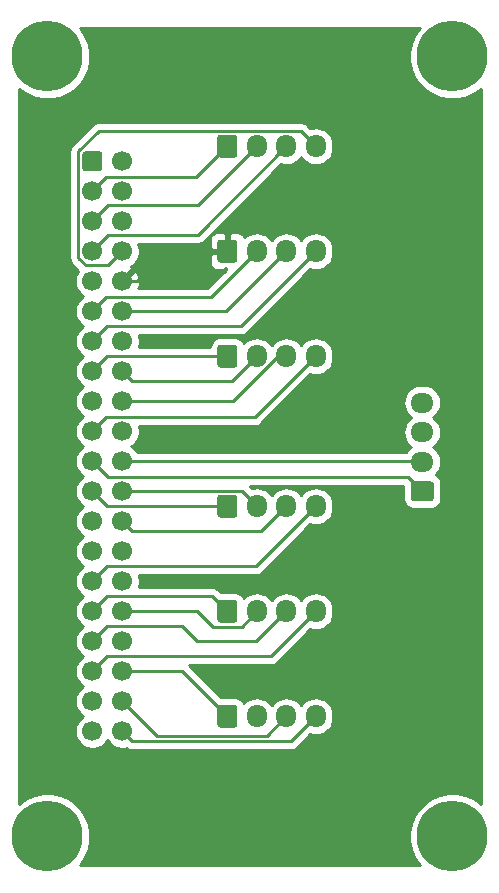
<source format=gbr>
%TF.GenerationSoftware,KiCad,Pcbnew,(5.1.9-0-10_14)*%
%TF.CreationDate,2021-09-26T12:14:21-07:00*%
%TF.ProjectId,rpi-arcade-hat,7270692d-6172-4636-9164-652d6861742e,rev?*%
%TF.SameCoordinates,Original*%
%TF.FileFunction,Copper,L1,Top*%
%TF.FilePolarity,Positive*%
%FSLAX46Y46*%
G04 Gerber Fmt 4.6, Leading zero omitted, Abs format (unit mm)*
G04 Created by KiCad (PCBNEW (5.1.9-0-10_14)) date 2021-09-26 12:14:21*
%MOMM*%
%LPD*%
G01*
G04 APERTURE LIST*
%TA.AperFunction,ComponentPad*%
%ADD10O,1.950000X1.700000*%
%TD*%
%TA.AperFunction,ComponentPad*%
%ADD11C,1.700000*%
%TD*%
%TA.AperFunction,ComponentPad*%
%ADD12O,1.700000X1.950000*%
%TD*%
%TA.AperFunction,ComponentPad*%
%ADD13C,6.000000*%
%TD*%
%TA.AperFunction,Conductor*%
%ADD14C,0.250000*%
%TD*%
%TA.AperFunction,Conductor*%
%ADD15C,0.254000*%
%TD*%
%TA.AperFunction,Conductor*%
%ADD16C,0.100000*%
%TD*%
G04 APERTURE END LIST*
D10*
%TO.P,J8,4*%
%TO.N,GND*%
X160020000Y-91560000D03*
%TO.P,J8,3*%
X160020000Y-94060000D03*
%TO.P,J8,2*%
%TO.N,Net-(J1-Pad22)*%
X160020000Y-96560000D03*
%TO.P,J8,1*%
%TO.N,Net-(J1-Pad21)*%
%TA.AperFunction,ComponentPad*%
G36*
G01*
X160745000Y-99910000D02*
X159295000Y-99910000D01*
G75*
G02*
X159045000Y-99660000I0J250000D01*
G01*
X159045000Y-98460000D01*
G75*
G02*
X159295000Y-98210000I250000J0D01*
G01*
X160745000Y-98210000D01*
G75*
G02*
X160995000Y-98460000I0J-250000D01*
G01*
X160995000Y-99660000D01*
G75*
G02*
X160745000Y-99910000I-250000J0D01*
G01*
G37*
%TD.AperFunction*%
%TD*%
D11*
%TO.P,J1,40*%
%TO.N,Net-(J1-Pad40)*%
X134620000Y-119380000D03*
%TO.P,J1,38*%
%TO.N,Net-(J1-Pad38)*%
X134620000Y-116840000D03*
%TO.P,J1,36*%
%TO.N,Net-(J1-Pad36)*%
X134620000Y-114300000D03*
%TO.P,J1,34*%
%TO.N,GND*%
X134620000Y-111760000D03*
%TO.P,J1,32*%
%TO.N,Net-(J1-Pad32)*%
X134620000Y-109220000D03*
%TO.P,J1,30*%
%TO.N,GND*%
X134620000Y-106680000D03*
%TO.P,J1,28*%
%TO.N,Net-(J1-Pad28)*%
X134620000Y-104140000D03*
%TO.P,J1,26*%
%TO.N,Net-(J1-Pad26)*%
X134620000Y-101600000D03*
%TO.P,J1,24*%
%TO.N,Net-(J1-Pad24)*%
X134620000Y-99060000D03*
%TO.P,J1,22*%
%TO.N,Net-(J1-Pad22)*%
X134620000Y-96520000D03*
%TO.P,J1,20*%
%TO.N,GND*%
X134620000Y-93980000D03*
%TO.P,J1,18*%
%TO.N,Net-(J1-Pad18)*%
X134620000Y-91440000D03*
%TO.P,J1,16*%
%TO.N,Net-(J1-Pad16)*%
X134620000Y-88900000D03*
%TO.P,J1,14*%
%TO.N,GND*%
X134620000Y-86360000D03*
%TO.P,J1,12*%
%TO.N,Net-(J1-Pad12)*%
X134620000Y-83820000D03*
%TO.P,J1,10*%
%TO.N,Net-(J1-Pad10)*%
X134620000Y-81280000D03*
%TO.P,J1,8*%
%TO.N,Net-(J1-Pad8)*%
X134620000Y-78740000D03*
%TO.P,J1,6*%
%TO.N,GND*%
X134620000Y-76200000D03*
%TO.P,J1,4*%
%TO.N,Net-(J1-Pad4)*%
X134620000Y-73660000D03*
%TO.P,J1,2*%
%TO.N,Net-(J1-Pad2)*%
X134620000Y-71120000D03*
%TO.P,J1,39*%
%TO.N,GND*%
X132080000Y-119380000D03*
%TO.P,J1,37*%
%TO.N,Net-(J1-Pad37)*%
X132080000Y-116840000D03*
%TO.P,J1,35*%
%TO.N,Net-(J1-Pad35)*%
X132080000Y-114300000D03*
%TO.P,J1,33*%
%TO.N,Net-(J1-Pad33)*%
X132080000Y-111760000D03*
%TO.P,J1,31*%
%TO.N,Net-(J1-Pad31)*%
X132080000Y-109220000D03*
%TO.P,J1,29*%
%TO.N,Net-(J1-Pad29)*%
X132080000Y-106680000D03*
%TO.P,J1,27*%
%TO.N,Net-(J1-Pad27)*%
X132080000Y-104140000D03*
%TO.P,J1,25*%
%TO.N,GND*%
X132080000Y-101600000D03*
%TO.P,J1,23*%
%TO.N,Net-(J1-Pad23)*%
X132080000Y-99060000D03*
%TO.P,J1,21*%
%TO.N,Net-(J1-Pad21)*%
X132080000Y-96520000D03*
%TO.P,J1,19*%
%TO.N,Net-(J1-Pad19)*%
X132080000Y-93980000D03*
%TO.P,J1,17*%
%TO.N,Net-(J1-Pad17)*%
X132080000Y-91440000D03*
%TO.P,J1,15*%
%TO.N,Net-(J1-Pad15)*%
X132080000Y-88900000D03*
%TO.P,J1,13*%
%TO.N,Net-(J1-Pad13)*%
X132080000Y-86360000D03*
%TO.P,J1,11*%
%TO.N,Net-(J1-Pad11)*%
X132080000Y-83820000D03*
%TO.P,J1,9*%
%TO.N,GND*%
X132080000Y-81280000D03*
%TO.P,J1,7*%
%TO.N,Net-(J1-Pad7)*%
X132080000Y-78740000D03*
%TO.P,J1,5*%
%TO.N,Net-(J1-Pad5)*%
X132080000Y-76200000D03*
%TO.P,J1,3*%
%TO.N,Net-(J1-Pad3)*%
X132080000Y-73660000D03*
%TO.P,J1,1*%
%TO.N,Net-(J1-Pad1)*%
%TA.AperFunction,ComponentPad*%
G36*
G01*
X131230000Y-71720000D02*
X131230000Y-70520000D01*
G75*
G02*
X131480000Y-70270000I250000J0D01*
G01*
X132680000Y-70270000D01*
G75*
G02*
X132930000Y-70520000I0J-250000D01*
G01*
X132930000Y-71720000D01*
G75*
G02*
X132680000Y-71970000I-250000J0D01*
G01*
X131480000Y-71970000D01*
G75*
G02*
X131230000Y-71720000I0J250000D01*
G01*
G37*
%TD.AperFunction*%
%TD*%
D12*
%TO.P,J7,4*%
%TO.N,Net-(J1-Pad19)*%
X151010000Y-87630000D03*
%TO.P,J7,3*%
%TO.N,Net-(J1-Pad18)*%
X148510000Y-87630000D03*
%TO.P,J7,2*%
%TO.N,Net-(J1-Pad16)*%
X146010000Y-87630000D03*
%TO.P,J7,1*%
%TO.N,Net-(J1-Pad15)*%
%TA.AperFunction,ComponentPad*%
G36*
G01*
X142660000Y-88355000D02*
X142660000Y-86905000D01*
G75*
G02*
X142910000Y-86655000I250000J0D01*
G01*
X144110000Y-86655000D01*
G75*
G02*
X144360000Y-86905000I0J-250000D01*
G01*
X144360000Y-88355000D01*
G75*
G02*
X144110000Y-88605000I-250000J0D01*
G01*
X142910000Y-88605000D01*
G75*
G02*
X142660000Y-88355000I0J250000D01*
G01*
G37*
%TD.AperFunction*%
%TD*%
%TO.P,J6,4*%
%TO.N,Net-(J1-Pad13)*%
X151010000Y-78740000D03*
%TO.P,J6,3*%
%TO.N,Net-(J1-Pad12)*%
X148510000Y-78740000D03*
%TO.P,J6,2*%
%TO.N,Net-(J1-Pad11)*%
X146010000Y-78740000D03*
%TO.P,J6,1*%
%TO.N,Net-(J1-Pad10)*%
%TA.AperFunction,ComponentPad*%
G36*
G01*
X142660000Y-79465000D02*
X142660000Y-78015000D01*
G75*
G02*
X142910000Y-77765000I250000J0D01*
G01*
X144110000Y-77765000D01*
G75*
G02*
X144360000Y-78015000I0J-250000D01*
G01*
X144360000Y-79465000D01*
G75*
G02*
X144110000Y-79715000I-250000J0D01*
G01*
X142910000Y-79715000D01*
G75*
G02*
X142660000Y-79465000I0J250000D01*
G01*
G37*
%TD.AperFunction*%
%TD*%
%TO.P,J5,4*%
%TO.N,Net-(J1-Pad8)*%
X151010000Y-69850000D03*
%TO.P,J5,3*%
%TO.N,Net-(J1-Pad7)*%
X148510000Y-69850000D03*
%TO.P,J5,2*%
%TO.N,Net-(J1-Pad5)*%
X146010000Y-69850000D03*
%TO.P,J5,1*%
%TO.N,Net-(J1-Pad3)*%
%TA.AperFunction,ComponentPad*%
G36*
G01*
X142660000Y-70575000D02*
X142660000Y-69125000D01*
G75*
G02*
X142910000Y-68875000I250000J0D01*
G01*
X144110000Y-68875000D01*
G75*
G02*
X144360000Y-69125000I0J-250000D01*
G01*
X144360000Y-70575000D01*
G75*
G02*
X144110000Y-70825000I-250000J0D01*
G01*
X142910000Y-70825000D01*
G75*
G02*
X142660000Y-70575000I0J250000D01*
G01*
G37*
%TD.AperFunction*%
%TD*%
%TO.P,J4,4*%
%TO.N,Net-(J1-Pad40)*%
X151010000Y-118110000D03*
%TO.P,J4,3*%
%TO.N,Net-(J1-Pad38)*%
X148510000Y-118110000D03*
%TO.P,J4,2*%
%TO.N,Net-(J1-Pad37)*%
X146010000Y-118110000D03*
%TO.P,J4,1*%
%TO.N,Net-(J1-Pad36)*%
%TA.AperFunction,ComponentPad*%
G36*
G01*
X142660000Y-118835000D02*
X142660000Y-117385000D01*
G75*
G02*
X142910000Y-117135000I250000J0D01*
G01*
X144110000Y-117135000D01*
G75*
G02*
X144360000Y-117385000I0J-250000D01*
G01*
X144360000Y-118835000D01*
G75*
G02*
X144110000Y-119085000I-250000J0D01*
G01*
X142910000Y-119085000D01*
G75*
G02*
X142660000Y-118835000I0J250000D01*
G01*
G37*
%TD.AperFunction*%
%TD*%
%TO.P,J3,4*%
%TO.N,Net-(J1-Pad35)*%
X151010000Y-109220000D03*
%TO.P,J3,3*%
%TO.N,Net-(J1-Pad33)*%
X148510000Y-109220000D03*
%TO.P,J3,2*%
%TO.N,Net-(J1-Pad32)*%
X146010000Y-109220000D03*
%TO.P,J3,1*%
%TO.N,Net-(J1-Pad31)*%
%TA.AperFunction,ComponentPad*%
G36*
G01*
X142660000Y-109945000D02*
X142660000Y-108495000D01*
G75*
G02*
X142910000Y-108245000I250000J0D01*
G01*
X144110000Y-108245000D01*
G75*
G02*
X144360000Y-108495000I0J-250000D01*
G01*
X144360000Y-109945000D01*
G75*
G02*
X144110000Y-110195000I-250000J0D01*
G01*
X142910000Y-110195000D01*
G75*
G02*
X142660000Y-109945000I0J250000D01*
G01*
G37*
%TD.AperFunction*%
%TD*%
%TO.P,J2,4*%
%TO.N,Net-(J1-Pad29)*%
X151010000Y-100330000D03*
%TO.P,J2,3*%
%TO.N,Net-(J1-Pad26)*%
X148510000Y-100330000D03*
%TO.P,J2,2*%
%TO.N,Net-(J1-Pad24)*%
X146010000Y-100330000D03*
%TO.P,J2,1*%
%TO.N,Net-(J1-Pad23)*%
%TA.AperFunction,ComponentPad*%
G36*
G01*
X142660000Y-101055000D02*
X142660000Y-99605000D01*
G75*
G02*
X142910000Y-99355000I250000J0D01*
G01*
X144110000Y-99355000D01*
G75*
G02*
X144360000Y-99605000I0J-250000D01*
G01*
X144360000Y-101055000D01*
G75*
G02*
X144110000Y-101305000I-250000J0D01*
G01*
X142910000Y-101305000D01*
G75*
G02*
X142660000Y-101055000I0J250000D01*
G01*
G37*
%TD.AperFunction*%
%TD*%
D13*
%TO.P,REF\u002A\u002A,3*%
%TO.N,GND*%
X128270000Y-128270000D03*
%TD*%
%TO.P,REF\u002A\u002A,4*%
%TO.N,GND*%
X162560000Y-128270000D03*
%TD*%
%TO.P,REF\u002A\u002A,1*%
%TO.N,GND*%
X128270000Y-62230000D03*
%TD*%
%TO.P,REF\u002A\u002A,2*%
%TO.N,GND*%
X162560000Y-62230000D03*
%TD*%
D14*
%TO.N,Net-(J1-Pad40)*%
X148890001Y-120229999D02*
X151010000Y-118110000D01*
X135469999Y-120229999D02*
X148890001Y-120229999D01*
X134620000Y-119380000D02*
X135469999Y-120229999D01*
%TO.N,Net-(J1-Pad38)*%
X134620000Y-116840000D02*
X137559988Y-119779988D01*
X137559988Y-119779988D02*
X146840012Y-119779988D01*
X146840012Y-119779988D02*
X148510000Y-118110000D01*
%TO.N,Net-(J1-Pad36)*%
X139700000Y-114300000D02*
X143510000Y-118110000D01*
X134620000Y-114300000D02*
X139700000Y-114300000D01*
%TO.N,Net-(J1-Pad35)*%
X132080000Y-114300000D02*
X133350000Y-113030000D01*
X147200000Y-113030000D02*
X151010000Y-109220000D01*
X133350000Y-113030000D02*
X147200000Y-113030000D01*
%TO.N,Net-(J1-Pad33)*%
X140970000Y-111760000D02*
X145970000Y-111760000D01*
X139700000Y-110490000D02*
X140970000Y-111760000D01*
X145970000Y-111760000D02*
X148510000Y-109220000D01*
X133350000Y-110490000D02*
X139700000Y-110490000D01*
X132080000Y-111760000D02*
X133350000Y-110490000D01*
%TO.N,Net-(J1-Pad32)*%
X134620000Y-109220000D02*
X140970000Y-109220000D01*
X144709990Y-110520010D02*
X146010000Y-109220000D01*
X142270010Y-110520010D02*
X144709990Y-110520010D01*
X140970000Y-109220000D02*
X142270010Y-110520010D01*
%TO.N,Net-(J1-Pad31)*%
X132080000Y-109220000D02*
X133350000Y-107950000D01*
X133350000Y-107950000D02*
X142240000Y-107950000D01*
X142240000Y-107950000D02*
X143510000Y-109220000D01*
%TO.N,Net-(J1-Pad29)*%
X145930000Y-105410000D02*
X151010000Y-100330000D01*
X133350000Y-105410000D02*
X145930000Y-105410000D01*
X132080000Y-106680000D02*
X133350000Y-105410000D01*
%TO.N,Net-(J1-Pad26)*%
X146390001Y-102449999D02*
X148510000Y-100330000D01*
X135469999Y-102449999D02*
X146390001Y-102449999D01*
X134620000Y-101600000D02*
X135469999Y-102449999D01*
%TO.N,Net-(J1-Pad24)*%
X134650010Y-99029990D02*
X144709990Y-99029990D01*
X144709990Y-99029990D02*
X146010000Y-100330000D01*
X134620000Y-99060000D02*
X134650010Y-99029990D01*
%TO.N,Net-(J1-Pad23)*%
X133350000Y-100330000D02*
X132080000Y-99060000D01*
X143510000Y-100330000D02*
X133350000Y-100330000D01*
%TO.N,Net-(J1-Pad22)*%
X159980000Y-96520000D02*
X160020000Y-96560000D01*
X134620000Y-96520000D02*
X159980000Y-96520000D01*
%TO.N,Net-(J1-Pad21)*%
X158844999Y-97884999D02*
X160020000Y-99060000D01*
X133444999Y-97884999D02*
X158844999Y-97884999D01*
X132080000Y-96520000D02*
X133444999Y-97884999D01*
%TO.N,Net-(J1-Pad19)*%
X132080000Y-93980000D02*
X133255001Y-92804999D01*
X133255001Y-92804999D02*
X145835001Y-92804999D01*
X145835001Y-92804999D02*
X151010000Y-87630000D01*
%TO.N,Net-(J1-Pad18)*%
X147796715Y-87630000D02*
X148510000Y-87630000D01*
X143986715Y-91440000D02*
X147796715Y-87630000D01*
X134620000Y-91440000D02*
X143986715Y-91440000D01*
%TO.N,Net-(J1-Pad16)*%
X143890001Y-89749999D02*
X146010000Y-87630000D01*
X135469999Y-89749999D02*
X143890001Y-89749999D01*
X134620000Y-88900000D02*
X135469999Y-89749999D01*
%TO.N,Net-(J1-Pad15)*%
X133350000Y-87630000D02*
X143510000Y-87630000D01*
X132080000Y-88900000D02*
X133350000Y-87630000D01*
%TO.N,Net-(J1-Pad13)*%
X144660000Y-85090000D02*
X151010000Y-78740000D01*
X133350000Y-85090000D02*
X144660000Y-85090000D01*
X132080000Y-86360000D02*
X133350000Y-85090000D01*
%TO.N,Net-(J1-Pad12)*%
X143430000Y-83820000D02*
X148510000Y-78740000D01*
X134620000Y-83820000D02*
X143430000Y-83820000D01*
%TO.N,Net-(J1-Pad11)*%
X142105001Y-82644999D02*
X146010000Y-78740000D01*
X133255001Y-82644999D02*
X142105001Y-82644999D01*
X132080000Y-83820000D02*
X133255001Y-82644999D01*
%TO.N,Net-(J1-Pad10)*%
X134620000Y-81280000D02*
X135890000Y-81280000D01*
X138430000Y-78740000D02*
X143510000Y-78740000D01*
X135890000Y-81280000D02*
X138430000Y-78740000D01*
%TO.N,Net-(J1-Pad8)*%
X133444999Y-79915001D02*
X134620000Y-78740000D01*
X131515999Y-79915001D02*
X133444999Y-79915001D01*
X130904999Y-79304001D02*
X131515999Y-79915001D01*
X130904999Y-70281811D02*
X130904999Y-79304001D01*
X149709990Y-68549990D02*
X132636820Y-68549990D01*
X132636820Y-68549990D02*
X130904999Y-70281811D01*
X151010000Y-69850000D02*
X149709990Y-68549990D01*
%TO.N,Net-(J1-Pad7)*%
X140984999Y-77375001D02*
X148510000Y-69850000D01*
X133444999Y-77375001D02*
X140984999Y-77375001D01*
X132080000Y-78740000D02*
X133444999Y-77375001D01*
%TO.N,Net-(J1-Pad5)*%
X141024999Y-74835001D02*
X146010000Y-69850000D01*
X133444999Y-74835001D02*
X141024999Y-74835001D01*
X132080000Y-76200000D02*
X133444999Y-74835001D01*
%TO.N,Net-(J1-Pad3)*%
X140875001Y-72484999D02*
X143510000Y-69850000D01*
X133255001Y-72484999D02*
X140875001Y-72484999D01*
X132080000Y-73660000D02*
X133255001Y-72484999D01*
%TD*%
D15*
%TO.N,Net-(J1-Pad10)*%
X159736511Y-59912823D02*
X159338705Y-60508182D01*
X159064691Y-61169710D01*
X158925000Y-61871984D01*
X158925000Y-62588016D01*
X159064691Y-63290290D01*
X159338705Y-63951818D01*
X159736511Y-64547177D01*
X160242823Y-65053489D01*
X160838182Y-65451295D01*
X161499710Y-65725309D01*
X162201984Y-65865000D01*
X162918016Y-65865000D01*
X163620290Y-65725309D01*
X164281818Y-65451295D01*
X164877177Y-65053489D01*
X164973000Y-64957666D01*
X164973000Y-125542334D01*
X164877177Y-125446511D01*
X164281818Y-125048705D01*
X163620290Y-124774691D01*
X162918016Y-124635000D01*
X162201984Y-124635000D01*
X161499710Y-124774691D01*
X160838182Y-125048705D01*
X160242823Y-125446511D01*
X159736511Y-125952823D01*
X159338705Y-126548182D01*
X159064691Y-127209710D01*
X158925000Y-127911984D01*
X158925000Y-128628016D01*
X159064691Y-129330290D01*
X159338705Y-129991818D01*
X159736511Y-130587177D01*
X159832334Y-130683000D01*
X130997666Y-130683000D01*
X131093489Y-130587177D01*
X131491295Y-129991818D01*
X131765309Y-129330290D01*
X131905000Y-128628016D01*
X131905000Y-127911984D01*
X131765309Y-127209710D01*
X131491295Y-126548182D01*
X131093489Y-125952823D01*
X130587177Y-125446511D01*
X129991818Y-125048705D01*
X129330290Y-124774691D01*
X128628016Y-124635000D01*
X127911984Y-124635000D01*
X127209710Y-124774691D01*
X126548182Y-125048705D01*
X125952823Y-125446511D01*
X125857000Y-125542334D01*
X125857000Y-70281811D01*
X130141323Y-70281811D01*
X130144999Y-70319133D01*
X130145000Y-79266669D01*
X130141323Y-79304001D01*
X130145000Y-79341334D01*
X130155997Y-79452987D01*
X130169179Y-79496443D01*
X130199453Y-79596247D01*
X130270025Y-79728277D01*
X130341200Y-79815003D01*
X130364999Y-79844002D01*
X130393996Y-79867799D01*
X130899704Y-80373509D01*
X130764010Y-80576589D01*
X130652068Y-80846842D01*
X130595000Y-81133740D01*
X130595000Y-81426260D01*
X130652068Y-81713158D01*
X130764010Y-81983411D01*
X130926525Y-82226632D01*
X131133368Y-82433475D01*
X131307760Y-82550000D01*
X131133368Y-82666525D01*
X130926525Y-82873368D01*
X130764010Y-83116589D01*
X130652068Y-83386842D01*
X130595000Y-83673740D01*
X130595000Y-83966260D01*
X130652068Y-84253158D01*
X130764010Y-84523411D01*
X130926525Y-84766632D01*
X131133368Y-84973475D01*
X131307760Y-85090000D01*
X131133368Y-85206525D01*
X130926525Y-85413368D01*
X130764010Y-85656589D01*
X130652068Y-85926842D01*
X130595000Y-86213740D01*
X130595000Y-86506260D01*
X130652068Y-86793158D01*
X130764010Y-87063411D01*
X130926525Y-87306632D01*
X131133368Y-87513475D01*
X131307760Y-87630000D01*
X131133368Y-87746525D01*
X130926525Y-87953368D01*
X130764010Y-88196589D01*
X130652068Y-88466842D01*
X130595000Y-88753740D01*
X130595000Y-89046260D01*
X130652068Y-89333158D01*
X130764010Y-89603411D01*
X130926525Y-89846632D01*
X131133368Y-90053475D01*
X131307760Y-90170000D01*
X131133368Y-90286525D01*
X130926525Y-90493368D01*
X130764010Y-90736589D01*
X130652068Y-91006842D01*
X130595000Y-91293740D01*
X130595000Y-91586260D01*
X130652068Y-91873158D01*
X130764010Y-92143411D01*
X130926525Y-92386632D01*
X131133368Y-92593475D01*
X131307760Y-92710000D01*
X131133368Y-92826525D01*
X130926525Y-93033368D01*
X130764010Y-93276589D01*
X130652068Y-93546842D01*
X130595000Y-93833740D01*
X130595000Y-94126260D01*
X130652068Y-94413158D01*
X130764010Y-94683411D01*
X130926525Y-94926632D01*
X131133368Y-95133475D01*
X131307760Y-95250000D01*
X131133368Y-95366525D01*
X130926525Y-95573368D01*
X130764010Y-95816589D01*
X130652068Y-96086842D01*
X130595000Y-96373740D01*
X130595000Y-96666260D01*
X130652068Y-96953158D01*
X130764010Y-97223411D01*
X130926525Y-97466632D01*
X131133368Y-97673475D01*
X131307760Y-97790000D01*
X131133368Y-97906525D01*
X130926525Y-98113368D01*
X130764010Y-98356589D01*
X130652068Y-98626842D01*
X130595000Y-98913740D01*
X130595000Y-99206260D01*
X130652068Y-99493158D01*
X130764010Y-99763411D01*
X130926525Y-100006632D01*
X131133368Y-100213475D01*
X131307760Y-100330000D01*
X131133368Y-100446525D01*
X130926525Y-100653368D01*
X130764010Y-100896589D01*
X130652068Y-101166842D01*
X130595000Y-101453740D01*
X130595000Y-101746260D01*
X130652068Y-102033158D01*
X130764010Y-102303411D01*
X130926525Y-102546632D01*
X131133368Y-102753475D01*
X131307760Y-102870000D01*
X131133368Y-102986525D01*
X130926525Y-103193368D01*
X130764010Y-103436589D01*
X130652068Y-103706842D01*
X130595000Y-103993740D01*
X130595000Y-104286260D01*
X130652068Y-104573158D01*
X130764010Y-104843411D01*
X130926525Y-105086632D01*
X131133368Y-105293475D01*
X131307760Y-105410000D01*
X131133368Y-105526525D01*
X130926525Y-105733368D01*
X130764010Y-105976589D01*
X130652068Y-106246842D01*
X130595000Y-106533740D01*
X130595000Y-106826260D01*
X130652068Y-107113158D01*
X130764010Y-107383411D01*
X130926525Y-107626632D01*
X131133368Y-107833475D01*
X131307760Y-107950000D01*
X131133368Y-108066525D01*
X130926525Y-108273368D01*
X130764010Y-108516589D01*
X130652068Y-108786842D01*
X130595000Y-109073740D01*
X130595000Y-109366260D01*
X130652068Y-109653158D01*
X130764010Y-109923411D01*
X130926525Y-110166632D01*
X131133368Y-110373475D01*
X131307760Y-110490000D01*
X131133368Y-110606525D01*
X130926525Y-110813368D01*
X130764010Y-111056589D01*
X130652068Y-111326842D01*
X130595000Y-111613740D01*
X130595000Y-111906260D01*
X130652068Y-112193158D01*
X130764010Y-112463411D01*
X130926525Y-112706632D01*
X131133368Y-112913475D01*
X131307760Y-113030000D01*
X131133368Y-113146525D01*
X130926525Y-113353368D01*
X130764010Y-113596589D01*
X130652068Y-113866842D01*
X130595000Y-114153740D01*
X130595000Y-114446260D01*
X130652068Y-114733158D01*
X130764010Y-115003411D01*
X130926525Y-115246632D01*
X131133368Y-115453475D01*
X131307760Y-115570000D01*
X131133368Y-115686525D01*
X130926525Y-115893368D01*
X130764010Y-116136589D01*
X130652068Y-116406842D01*
X130595000Y-116693740D01*
X130595000Y-116986260D01*
X130652068Y-117273158D01*
X130764010Y-117543411D01*
X130926525Y-117786632D01*
X131133368Y-117993475D01*
X131307760Y-118110000D01*
X131133368Y-118226525D01*
X130926525Y-118433368D01*
X130764010Y-118676589D01*
X130652068Y-118946842D01*
X130595000Y-119233740D01*
X130595000Y-119526260D01*
X130652068Y-119813158D01*
X130764010Y-120083411D01*
X130926525Y-120326632D01*
X131133368Y-120533475D01*
X131376589Y-120695990D01*
X131646842Y-120807932D01*
X131933740Y-120865000D01*
X132226260Y-120865000D01*
X132513158Y-120807932D01*
X132783411Y-120695990D01*
X133026632Y-120533475D01*
X133233475Y-120326632D01*
X133350000Y-120152240D01*
X133466525Y-120326632D01*
X133673368Y-120533475D01*
X133916589Y-120695990D01*
X134186842Y-120807932D01*
X134473740Y-120865000D01*
X134766260Y-120865000D01*
X134991228Y-120820251D01*
X135045722Y-120864973D01*
X135177752Y-120935545D01*
X135321013Y-120979002D01*
X135432666Y-120989999D01*
X135432675Y-120989999D01*
X135469998Y-120993675D01*
X135507321Y-120989999D01*
X148852679Y-120989999D01*
X148890001Y-120993675D01*
X148927323Y-120989999D01*
X148927334Y-120989999D01*
X149038987Y-120979002D01*
X149182248Y-120935545D01*
X149314277Y-120864973D01*
X149430002Y-120770000D01*
X149453805Y-120740996D01*
X150548098Y-119646704D01*
X150718890Y-119698513D01*
X151010000Y-119727185D01*
X151301111Y-119698513D01*
X151581034Y-119613599D01*
X151839014Y-119475706D01*
X152065134Y-119290134D01*
X152250706Y-119064014D01*
X152388599Y-118806033D01*
X152473513Y-118526110D01*
X152495000Y-118307949D01*
X152495000Y-117912050D01*
X152473513Y-117693889D01*
X152388599Y-117413966D01*
X152250706Y-117155986D01*
X152065134Y-116929866D01*
X151839013Y-116744294D01*
X151581033Y-116606401D01*
X151301110Y-116521487D01*
X151010000Y-116492815D01*
X150718889Y-116521487D01*
X150438966Y-116606401D01*
X150180986Y-116744294D01*
X149954866Y-116929866D01*
X149769294Y-117155987D01*
X149760000Y-117173374D01*
X149750706Y-117155986D01*
X149565134Y-116929866D01*
X149339013Y-116744294D01*
X149081033Y-116606401D01*
X148801110Y-116521487D01*
X148510000Y-116492815D01*
X148218889Y-116521487D01*
X147938966Y-116606401D01*
X147680986Y-116744294D01*
X147454866Y-116929866D01*
X147269294Y-117155987D01*
X147260000Y-117173374D01*
X147250706Y-117155986D01*
X147065134Y-116929866D01*
X146839013Y-116744294D01*
X146581033Y-116606401D01*
X146301110Y-116521487D01*
X146010000Y-116492815D01*
X145718889Y-116521487D01*
X145438966Y-116606401D01*
X145180986Y-116744294D01*
X144954866Y-116929866D01*
X144902777Y-116993337D01*
X144848405Y-116891614D01*
X144737962Y-116757038D01*
X144603386Y-116646595D01*
X144449850Y-116564528D01*
X144283254Y-116513992D01*
X144110000Y-116496928D01*
X142971730Y-116496928D01*
X140264801Y-113790000D01*
X147162678Y-113790000D01*
X147200000Y-113793676D01*
X147237322Y-113790000D01*
X147237333Y-113790000D01*
X147348986Y-113779003D01*
X147492247Y-113735546D01*
X147624276Y-113664974D01*
X147740001Y-113570001D01*
X147763804Y-113540997D01*
X150548098Y-110756704D01*
X150718890Y-110808513D01*
X151010000Y-110837185D01*
X151301111Y-110808513D01*
X151581034Y-110723599D01*
X151839014Y-110585706D01*
X152065134Y-110400134D01*
X152250706Y-110174014D01*
X152388599Y-109916033D01*
X152473513Y-109636110D01*
X152495000Y-109417949D01*
X152495000Y-109022050D01*
X152473513Y-108803889D01*
X152388599Y-108523966D01*
X152250706Y-108265986D01*
X152065134Y-108039866D01*
X151839013Y-107854294D01*
X151581033Y-107716401D01*
X151301110Y-107631487D01*
X151010000Y-107602815D01*
X150718889Y-107631487D01*
X150438966Y-107716401D01*
X150180986Y-107854294D01*
X149954866Y-108039866D01*
X149769294Y-108265987D01*
X149760000Y-108283374D01*
X149750706Y-108265986D01*
X149565134Y-108039866D01*
X149339013Y-107854294D01*
X149081033Y-107716401D01*
X148801110Y-107631487D01*
X148510000Y-107602815D01*
X148218889Y-107631487D01*
X147938966Y-107716401D01*
X147680986Y-107854294D01*
X147454866Y-108039866D01*
X147269294Y-108265987D01*
X147260000Y-108283374D01*
X147250706Y-108265986D01*
X147065134Y-108039866D01*
X146839013Y-107854294D01*
X146581033Y-107716401D01*
X146301110Y-107631487D01*
X146010000Y-107602815D01*
X145718889Y-107631487D01*
X145438966Y-107716401D01*
X145180986Y-107854294D01*
X144954866Y-108039866D01*
X144902777Y-108103337D01*
X144848405Y-108001614D01*
X144737962Y-107867038D01*
X144603386Y-107756595D01*
X144449850Y-107674528D01*
X144283254Y-107623992D01*
X144110000Y-107606928D01*
X142971729Y-107606928D01*
X142803804Y-107439003D01*
X142780001Y-107409999D01*
X142664276Y-107315026D01*
X142532247Y-107244454D01*
X142388986Y-107200997D01*
X142277333Y-107190000D01*
X142277322Y-107190000D01*
X142240000Y-107186324D01*
X142202678Y-107190000D01*
X136016103Y-107190000D01*
X136047932Y-107113158D01*
X136105000Y-106826260D01*
X136105000Y-106533740D01*
X136047932Y-106246842D01*
X136016103Y-106170000D01*
X145892678Y-106170000D01*
X145930000Y-106173676D01*
X145967322Y-106170000D01*
X145967333Y-106170000D01*
X146078986Y-106159003D01*
X146222247Y-106115546D01*
X146354276Y-106044974D01*
X146470001Y-105950001D01*
X146493804Y-105920997D01*
X150548098Y-101866704D01*
X150718890Y-101918513D01*
X151010000Y-101947185D01*
X151301111Y-101918513D01*
X151581034Y-101833599D01*
X151839014Y-101695706D01*
X152065134Y-101510134D01*
X152250706Y-101284014D01*
X152388599Y-101026033D01*
X152473513Y-100746110D01*
X152495000Y-100527949D01*
X152495000Y-100132050D01*
X152473513Y-99913889D01*
X152388599Y-99633966D01*
X152250706Y-99375986D01*
X152065134Y-99149866D01*
X151839013Y-98964294D01*
X151581033Y-98826401D01*
X151301110Y-98741487D01*
X151010000Y-98712815D01*
X150718889Y-98741487D01*
X150438966Y-98826401D01*
X150180986Y-98964294D01*
X149954866Y-99149866D01*
X149769294Y-99375987D01*
X149760000Y-99393374D01*
X149750706Y-99375986D01*
X149565134Y-99149866D01*
X149339013Y-98964294D01*
X149081033Y-98826401D01*
X148801110Y-98741487D01*
X148510000Y-98712815D01*
X148218889Y-98741487D01*
X147938966Y-98826401D01*
X147680986Y-98964294D01*
X147454866Y-99149866D01*
X147269294Y-99375987D01*
X147260000Y-99393374D01*
X147250706Y-99375986D01*
X147065134Y-99149866D01*
X146839013Y-98964294D01*
X146581033Y-98826401D01*
X146301110Y-98741487D01*
X146010000Y-98712815D01*
X145718889Y-98741487D01*
X145548097Y-98793296D01*
X145399800Y-98644999D01*
X158406928Y-98644999D01*
X158406928Y-99660000D01*
X158423992Y-99833254D01*
X158474528Y-99999850D01*
X158556595Y-100153386D01*
X158667038Y-100287962D01*
X158801614Y-100398405D01*
X158955150Y-100480472D01*
X159121746Y-100531008D01*
X159295000Y-100548072D01*
X160745000Y-100548072D01*
X160918254Y-100531008D01*
X161084850Y-100480472D01*
X161238386Y-100398405D01*
X161372962Y-100287962D01*
X161483405Y-100153386D01*
X161565472Y-99999850D01*
X161616008Y-99833254D01*
X161633072Y-99660000D01*
X161633072Y-98460000D01*
X161616008Y-98286746D01*
X161565472Y-98120150D01*
X161483405Y-97966614D01*
X161372962Y-97832038D01*
X161238386Y-97721595D01*
X161136663Y-97667223D01*
X161200134Y-97615134D01*
X161385706Y-97389014D01*
X161523599Y-97131034D01*
X161608513Y-96851111D01*
X161637185Y-96560000D01*
X161608513Y-96268889D01*
X161523599Y-95988966D01*
X161385706Y-95730986D01*
X161200134Y-95504866D01*
X160974014Y-95319294D01*
X160956626Y-95310000D01*
X160974014Y-95300706D01*
X161200134Y-95115134D01*
X161385706Y-94889014D01*
X161523599Y-94631034D01*
X161608513Y-94351111D01*
X161637185Y-94060000D01*
X161608513Y-93768889D01*
X161523599Y-93488966D01*
X161385706Y-93230986D01*
X161200134Y-93004866D01*
X160974014Y-92819294D01*
X160956626Y-92810000D01*
X160974014Y-92800706D01*
X161200134Y-92615134D01*
X161385706Y-92389014D01*
X161523599Y-92131034D01*
X161608513Y-91851111D01*
X161637185Y-91560000D01*
X161608513Y-91268889D01*
X161523599Y-90988966D01*
X161385706Y-90730986D01*
X161200134Y-90504866D01*
X160974014Y-90319294D01*
X160716034Y-90181401D01*
X160436111Y-90096487D01*
X160217950Y-90075000D01*
X159822050Y-90075000D01*
X159603889Y-90096487D01*
X159323966Y-90181401D01*
X159065986Y-90319294D01*
X158839866Y-90504866D01*
X158654294Y-90730986D01*
X158516401Y-90988966D01*
X158431487Y-91268889D01*
X158402815Y-91560000D01*
X158431487Y-91851111D01*
X158516401Y-92131034D01*
X158654294Y-92389014D01*
X158839866Y-92615134D01*
X159065986Y-92800706D01*
X159083374Y-92810000D01*
X159065986Y-92819294D01*
X158839866Y-93004866D01*
X158654294Y-93230986D01*
X158516401Y-93488966D01*
X158431487Y-93768889D01*
X158402815Y-94060000D01*
X158431487Y-94351111D01*
X158516401Y-94631034D01*
X158654294Y-94889014D01*
X158839866Y-95115134D01*
X159065986Y-95300706D01*
X159083374Y-95310000D01*
X159065986Y-95319294D01*
X158839866Y-95504866D01*
X158654294Y-95730986D01*
X158638786Y-95760000D01*
X135898178Y-95760000D01*
X135773475Y-95573368D01*
X135566632Y-95366525D01*
X135392240Y-95250000D01*
X135566632Y-95133475D01*
X135773475Y-94926632D01*
X135935990Y-94683411D01*
X136047932Y-94413158D01*
X136105000Y-94126260D01*
X136105000Y-93833740D01*
X136051544Y-93564999D01*
X145797679Y-93564999D01*
X145835001Y-93568675D01*
X145872323Y-93564999D01*
X145872334Y-93564999D01*
X145983987Y-93554002D01*
X146127248Y-93510545D01*
X146259277Y-93439973D01*
X146375002Y-93345000D01*
X146398805Y-93315996D01*
X150548098Y-89166704D01*
X150718890Y-89218513D01*
X151010000Y-89247185D01*
X151301111Y-89218513D01*
X151581034Y-89133599D01*
X151839014Y-88995706D01*
X152065134Y-88810134D01*
X152250706Y-88584014D01*
X152388599Y-88326033D01*
X152473513Y-88046110D01*
X152495000Y-87827949D01*
X152495000Y-87432050D01*
X152473513Y-87213889D01*
X152388599Y-86933966D01*
X152250706Y-86675986D01*
X152065134Y-86449866D01*
X151839013Y-86264294D01*
X151581033Y-86126401D01*
X151301110Y-86041487D01*
X151010000Y-86012815D01*
X150718889Y-86041487D01*
X150438966Y-86126401D01*
X150180986Y-86264294D01*
X149954866Y-86449866D01*
X149769294Y-86675987D01*
X149760000Y-86693374D01*
X149750706Y-86675986D01*
X149565134Y-86449866D01*
X149339013Y-86264294D01*
X149081033Y-86126401D01*
X148801110Y-86041487D01*
X148510000Y-86012815D01*
X148218889Y-86041487D01*
X147938966Y-86126401D01*
X147680986Y-86264294D01*
X147454866Y-86449866D01*
X147269294Y-86675987D01*
X147260000Y-86693374D01*
X147250706Y-86675986D01*
X147065134Y-86449866D01*
X146839013Y-86264294D01*
X146581033Y-86126401D01*
X146301110Y-86041487D01*
X146010000Y-86012815D01*
X145718889Y-86041487D01*
X145438966Y-86126401D01*
X145180986Y-86264294D01*
X144954866Y-86449866D01*
X144902777Y-86513337D01*
X144848405Y-86411614D01*
X144737962Y-86277038D01*
X144603386Y-86166595D01*
X144449850Y-86084528D01*
X144283254Y-86033992D01*
X144110000Y-86016928D01*
X142910000Y-86016928D01*
X142736746Y-86033992D01*
X142570150Y-86084528D01*
X142416614Y-86166595D01*
X142282038Y-86277038D01*
X142171595Y-86411614D01*
X142089528Y-86565150D01*
X142038992Y-86731746D01*
X142025375Y-86870000D01*
X136016103Y-86870000D01*
X136047932Y-86793158D01*
X136105000Y-86506260D01*
X136105000Y-86213740D01*
X136047932Y-85926842D01*
X136016103Y-85850000D01*
X144622678Y-85850000D01*
X144660000Y-85853676D01*
X144697322Y-85850000D01*
X144697333Y-85850000D01*
X144808986Y-85839003D01*
X144952247Y-85795546D01*
X145084276Y-85724974D01*
X145200001Y-85630001D01*
X145223804Y-85600997D01*
X150548098Y-80276704D01*
X150718890Y-80328513D01*
X151010000Y-80357185D01*
X151301111Y-80328513D01*
X151581034Y-80243599D01*
X151839014Y-80105706D01*
X152065134Y-79920134D01*
X152250706Y-79694014D01*
X152388599Y-79436033D01*
X152473513Y-79156110D01*
X152495000Y-78937949D01*
X152495000Y-78542050D01*
X152473513Y-78323889D01*
X152388599Y-78043966D01*
X152250706Y-77785986D01*
X152065134Y-77559866D01*
X151839013Y-77374294D01*
X151581033Y-77236401D01*
X151301110Y-77151487D01*
X151010000Y-77122815D01*
X150718889Y-77151487D01*
X150438966Y-77236401D01*
X150180986Y-77374294D01*
X149954866Y-77559866D01*
X149769294Y-77785987D01*
X149760000Y-77803374D01*
X149750706Y-77785986D01*
X149565134Y-77559866D01*
X149339013Y-77374294D01*
X149081033Y-77236401D01*
X148801110Y-77151487D01*
X148510000Y-77122815D01*
X148218889Y-77151487D01*
X147938966Y-77236401D01*
X147680986Y-77374294D01*
X147454866Y-77559866D01*
X147269294Y-77785987D01*
X147260000Y-77803374D01*
X147250706Y-77785986D01*
X147065134Y-77559866D01*
X146839013Y-77374294D01*
X146581033Y-77236401D01*
X146301110Y-77151487D01*
X146010000Y-77122815D01*
X145718889Y-77151487D01*
X145438966Y-77236401D01*
X145180986Y-77374294D01*
X144960055Y-77555608D01*
X144949502Y-77520820D01*
X144890537Y-77410506D01*
X144811185Y-77313815D01*
X144714494Y-77234463D01*
X144604180Y-77175498D01*
X144484482Y-77139188D01*
X144360000Y-77126928D01*
X143795750Y-77130000D01*
X143637000Y-77288750D01*
X143637000Y-78613000D01*
X143657000Y-78613000D01*
X143657000Y-78867000D01*
X143637000Y-78867000D01*
X143637000Y-78887000D01*
X143383000Y-78887000D01*
X143383000Y-78867000D01*
X142183750Y-78867000D01*
X142025000Y-79025750D01*
X142021928Y-79715000D01*
X142034188Y-79839482D01*
X142070498Y-79959180D01*
X142129463Y-80069494D01*
X142208815Y-80166185D01*
X142305506Y-80245537D01*
X142415820Y-80304502D01*
X142535518Y-80340812D01*
X142660000Y-80353072D01*
X143224250Y-80350000D01*
X143382998Y-80191252D01*
X143382998Y-80292200D01*
X141790200Y-81884999D01*
X135976699Y-81884999D01*
X136023371Y-81787117D01*
X136095339Y-81503589D01*
X136110611Y-81211469D01*
X136068599Y-80921981D01*
X135970919Y-80646253D01*
X135897472Y-80508843D01*
X135648397Y-80431208D01*
X134799605Y-81280000D01*
X134813748Y-81294143D01*
X134634143Y-81473748D01*
X134620000Y-81459605D01*
X134605858Y-81473748D01*
X134426253Y-81294143D01*
X134440395Y-81280000D01*
X134426253Y-81265858D01*
X134605858Y-81086253D01*
X134620000Y-81100395D01*
X135468792Y-80251603D01*
X135393271Y-80009311D01*
X135566632Y-79893475D01*
X135773475Y-79686632D01*
X135935990Y-79443411D01*
X136047932Y-79173158D01*
X136105000Y-78886260D01*
X136105000Y-78593740D01*
X136047932Y-78306842D01*
X135976753Y-78135001D01*
X140947677Y-78135001D01*
X140984999Y-78138677D01*
X141022321Y-78135001D01*
X141022332Y-78135001D01*
X141133985Y-78124004D01*
X141277246Y-78080547D01*
X141409275Y-78009975D01*
X141525000Y-77915002D01*
X141548803Y-77885998D01*
X141669801Y-77765000D01*
X142021928Y-77765000D01*
X142025000Y-78454250D01*
X142183750Y-78613000D01*
X143383000Y-78613000D01*
X143383000Y-77288750D01*
X143224250Y-77130000D01*
X142660000Y-77126928D01*
X142535518Y-77139188D01*
X142415820Y-77175498D01*
X142305506Y-77234463D01*
X142208815Y-77313815D01*
X142129463Y-77410506D01*
X142070498Y-77520820D01*
X142034188Y-77640518D01*
X142021928Y-77765000D01*
X141669801Y-77765000D01*
X148048099Y-71386704D01*
X148218890Y-71438513D01*
X148510000Y-71467185D01*
X148801111Y-71438513D01*
X149081034Y-71353599D01*
X149339014Y-71215706D01*
X149565134Y-71030134D01*
X149750706Y-70804014D01*
X149760000Y-70786626D01*
X149769294Y-70804014D01*
X149954866Y-71030134D01*
X150180987Y-71215706D01*
X150438967Y-71353599D01*
X150718890Y-71438513D01*
X151010000Y-71467185D01*
X151301111Y-71438513D01*
X151581034Y-71353599D01*
X151839014Y-71215706D01*
X152065134Y-71030134D01*
X152250706Y-70804014D01*
X152388599Y-70546033D01*
X152473513Y-70266110D01*
X152495000Y-70047949D01*
X152495000Y-69652050D01*
X152473513Y-69433889D01*
X152388599Y-69153966D01*
X152250706Y-68895986D01*
X152065134Y-68669866D01*
X151839013Y-68484294D01*
X151581033Y-68346401D01*
X151301110Y-68261487D01*
X151010000Y-68232815D01*
X150718889Y-68261487D01*
X150548097Y-68313296D01*
X150273794Y-68038993D01*
X150249991Y-68009989D01*
X150134266Y-67915016D01*
X150002237Y-67844444D01*
X149858976Y-67800987D01*
X149747323Y-67789990D01*
X149747312Y-67789990D01*
X149709990Y-67786314D01*
X149672668Y-67789990D01*
X132674145Y-67789990D01*
X132636820Y-67786314D01*
X132599495Y-67789990D01*
X132599487Y-67789990D01*
X132487834Y-67800987D01*
X132344573Y-67844444D01*
X132212544Y-67915016D01*
X132096819Y-68009989D01*
X132073021Y-68038987D01*
X130394002Y-69718007D01*
X130364998Y-69741810D01*
X130332348Y-69781595D01*
X130270025Y-69857535D01*
X130251583Y-69892038D01*
X130199453Y-69989565D01*
X130155996Y-70132826D01*
X130144999Y-70244479D01*
X130144999Y-70244489D01*
X130141323Y-70281811D01*
X125857000Y-70281811D01*
X125857000Y-64957666D01*
X125952823Y-65053489D01*
X126548182Y-65451295D01*
X127209710Y-65725309D01*
X127911984Y-65865000D01*
X128628016Y-65865000D01*
X129330290Y-65725309D01*
X129991818Y-65451295D01*
X130587177Y-65053489D01*
X131093489Y-64547177D01*
X131491295Y-63951818D01*
X131765309Y-63290290D01*
X131905000Y-62588016D01*
X131905000Y-61871984D01*
X131765309Y-61169710D01*
X131491295Y-60508182D01*
X131093489Y-59912823D01*
X130997666Y-59817000D01*
X159832334Y-59817000D01*
X159736511Y-59912823D01*
%TA.AperFunction,Conductor*%
D16*
G36*
X159736511Y-59912823D02*
G01*
X159338705Y-60508182D01*
X159064691Y-61169710D01*
X158925000Y-61871984D01*
X158925000Y-62588016D01*
X159064691Y-63290290D01*
X159338705Y-63951818D01*
X159736511Y-64547177D01*
X160242823Y-65053489D01*
X160838182Y-65451295D01*
X161499710Y-65725309D01*
X162201984Y-65865000D01*
X162918016Y-65865000D01*
X163620290Y-65725309D01*
X164281818Y-65451295D01*
X164877177Y-65053489D01*
X164973000Y-64957666D01*
X164973000Y-125542334D01*
X164877177Y-125446511D01*
X164281818Y-125048705D01*
X163620290Y-124774691D01*
X162918016Y-124635000D01*
X162201984Y-124635000D01*
X161499710Y-124774691D01*
X160838182Y-125048705D01*
X160242823Y-125446511D01*
X159736511Y-125952823D01*
X159338705Y-126548182D01*
X159064691Y-127209710D01*
X158925000Y-127911984D01*
X158925000Y-128628016D01*
X159064691Y-129330290D01*
X159338705Y-129991818D01*
X159736511Y-130587177D01*
X159832334Y-130683000D01*
X130997666Y-130683000D01*
X131093489Y-130587177D01*
X131491295Y-129991818D01*
X131765309Y-129330290D01*
X131905000Y-128628016D01*
X131905000Y-127911984D01*
X131765309Y-127209710D01*
X131491295Y-126548182D01*
X131093489Y-125952823D01*
X130587177Y-125446511D01*
X129991818Y-125048705D01*
X129330290Y-124774691D01*
X128628016Y-124635000D01*
X127911984Y-124635000D01*
X127209710Y-124774691D01*
X126548182Y-125048705D01*
X125952823Y-125446511D01*
X125857000Y-125542334D01*
X125857000Y-70281811D01*
X130141323Y-70281811D01*
X130144999Y-70319133D01*
X130145000Y-79266669D01*
X130141323Y-79304001D01*
X130145000Y-79341334D01*
X130155997Y-79452987D01*
X130169179Y-79496443D01*
X130199453Y-79596247D01*
X130270025Y-79728277D01*
X130341200Y-79815003D01*
X130364999Y-79844002D01*
X130393996Y-79867799D01*
X130899704Y-80373509D01*
X130764010Y-80576589D01*
X130652068Y-80846842D01*
X130595000Y-81133740D01*
X130595000Y-81426260D01*
X130652068Y-81713158D01*
X130764010Y-81983411D01*
X130926525Y-82226632D01*
X131133368Y-82433475D01*
X131307760Y-82550000D01*
X131133368Y-82666525D01*
X130926525Y-82873368D01*
X130764010Y-83116589D01*
X130652068Y-83386842D01*
X130595000Y-83673740D01*
X130595000Y-83966260D01*
X130652068Y-84253158D01*
X130764010Y-84523411D01*
X130926525Y-84766632D01*
X131133368Y-84973475D01*
X131307760Y-85090000D01*
X131133368Y-85206525D01*
X130926525Y-85413368D01*
X130764010Y-85656589D01*
X130652068Y-85926842D01*
X130595000Y-86213740D01*
X130595000Y-86506260D01*
X130652068Y-86793158D01*
X130764010Y-87063411D01*
X130926525Y-87306632D01*
X131133368Y-87513475D01*
X131307760Y-87630000D01*
X131133368Y-87746525D01*
X130926525Y-87953368D01*
X130764010Y-88196589D01*
X130652068Y-88466842D01*
X130595000Y-88753740D01*
X130595000Y-89046260D01*
X130652068Y-89333158D01*
X130764010Y-89603411D01*
X130926525Y-89846632D01*
X131133368Y-90053475D01*
X131307760Y-90170000D01*
X131133368Y-90286525D01*
X130926525Y-90493368D01*
X130764010Y-90736589D01*
X130652068Y-91006842D01*
X130595000Y-91293740D01*
X130595000Y-91586260D01*
X130652068Y-91873158D01*
X130764010Y-92143411D01*
X130926525Y-92386632D01*
X131133368Y-92593475D01*
X131307760Y-92710000D01*
X131133368Y-92826525D01*
X130926525Y-93033368D01*
X130764010Y-93276589D01*
X130652068Y-93546842D01*
X130595000Y-93833740D01*
X130595000Y-94126260D01*
X130652068Y-94413158D01*
X130764010Y-94683411D01*
X130926525Y-94926632D01*
X131133368Y-95133475D01*
X131307760Y-95250000D01*
X131133368Y-95366525D01*
X130926525Y-95573368D01*
X130764010Y-95816589D01*
X130652068Y-96086842D01*
X130595000Y-96373740D01*
X130595000Y-96666260D01*
X130652068Y-96953158D01*
X130764010Y-97223411D01*
X130926525Y-97466632D01*
X131133368Y-97673475D01*
X131307760Y-97790000D01*
X131133368Y-97906525D01*
X130926525Y-98113368D01*
X130764010Y-98356589D01*
X130652068Y-98626842D01*
X130595000Y-98913740D01*
X130595000Y-99206260D01*
X130652068Y-99493158D01*
X130764010Y-99763411D01*
X130926525Y-100006632D01*
X131133368Y-100213475D01*
X131307760Y-100330000D01*
X131133368Y-100446525D01*
X130926525Y-100653368D01*
X130764010Y-100896589D01*
X130652068Y-101166842D01*
X130595000Y-101453740D01*
X130595000Y-101746260D01*
X130652068Y-102033158D01*
X130764010Y-102303411D01*
X130926525Y-102546632D01*
X131133368Y-102753475D01*
X131307760Y-102870000D01*
X131133368Y-102986525D01*
X130926525Y-103193368D01*
X130764010Y-103436589D01*
X130652068Y-103706842D01*
X130595000Y-103993740D01*
X130595000Y-104286260D01*
X130652068Y-104573158D01*
X130764010Y-104843411D01*
X130926525Y-105086632D01*
X131133368Y-105293475D01*
X131307760Y-105410000D01*
X131133368Y-105526525D01*
X130926525Y-105733368D01*
X130764010Y-105976589D01*
X130652068Y-106246842D01*
X130595000Y-106533740D01*
X130595000Y-106826260D01*
X130652068Y-107113158D01*
X130764010Y-107383411D01*
X130926525Y-107626632D01*
X131133368Y-107833475D01*
X131307760Y-107950000D01*
X131133368Y-108066525D01*
X130926525Y-108273368D01*
X130764010Y-108516589D01*
X130652068Y-108786842D01*
X130595000Y-109073740D01*
X130595000Y-109366260D01*
X130652068Y-109653158D01*
X130764010Y-109923411D01*
X130926525Y-110166632D01*
X131133368Y-110373475D01*
X131307760Y-110490000D01*
X131133368Y-110606525D01*
X130926525Y-110813368D01*
X130764010Y-111056589D01*
X130652068Y-111326842D01*
X130595000Y-111613740D01*
X130595000Y-111906260D01*
X130652068Y-112193158D01*
X130764010Y-112463411D01*
X130926525Y-112706632D01*
X131133368Y-112913475D01*
X131307760Y-113030000D01*
X131133368Y-113146525D01*
X130926525Y-113353368D01*
X130764010Y-113596589D01*
X130652068Y-113866842D01*
X130595000Y-114153740D01*
X130595000Y-114446260D01*
X130652068Y-114733158D01*
X130764010Y-115003411D01*
X130926525Y-115246632D01*
X131133368Y-115453475D01*
X131307760Y-115570000D01*
X131133368Y-115686525D01*
X130926525Y-115893368D01*
X130764010Y-116136589D01*
X130652068Y-116406842D01*
X130595000Y-116693740D01*
X130595000Y-116986260D01*
X130652068Y-117273158D01*
X130764010Y-117543411D01*
X130926525Y-117786632D01*
X131133368Y-117993475D01*
X131307760Y-118110000D01*
X131133368Y-118226525D01*
X130926525Y-118433368D01*
X130764010Y-118676589D01*
X130652068Y-118946842D01*
X130595000Y-119233740D01*
X130595000Y-119526260D01*
X130652068Y-119813158D01*
X130764010Y-120083411D01*
X130926525Y-120326632D01*
X131133368Y-120533475D01*
X131376589Y-120695990D01*
X131646842Y-120807932D01*
X131933740Y-120865000D01*
X132226260Y-120865000D01*
X132513158Y-120807932D01*
X132783411Y-120695990D01*
X133026632Y-120533475D01*
X133233475Y-120326632D01*
X133350000Y-120152240D01*
X133466525Y-120326632D01*
X133673368Y-120533475D01*
X133916589Y-120695990D01*
X134186842Y-120807932D01*
X134473740Y-120865000D01*
X134766260Y-120865000D01*
X134991228Y-120820251D01*
X135045722Y-120864973D01*
X135177752Y-120935545D01*
X135321013Y-120979002D01*
X135432666Y-120989999D01*
X135432675Y-120989999D01*
X135469998Y-120993675D01*
X135507321Y-120989999D01*
X148852679Y-120989999D01*
X148890001Y-120993675D01*
X148927323Y-120989999D01*
X148927334Y-120989999D01*
X149038987Y-120979002D01*
X149182248Y-120935545D01*
X149314277Y-120864973D01*
X149430002Y-120770000D01*
X149453805Y-120740996D01*
X150548098Y-119646704D01*
X150718890Y-119698513D01*
X151010000Y-119727185D01*
X151301111Y-119698513D01*
X151581034Y-119613599D01*
X151839014Y-119475706D01*
X152065134Y-119290134D01*
X152250706Y-119064014D01*
X152388599Y-118806033D01*
X152473513Y-118526110D01*
X152495000Y-118307949D01*
X152495000Y-117912050D01*
X152473513Y-117693889D01*
X152388599Y-117413966D01*
X152250706Y-117155986D01*
X152065134Y-116929866D01*
X151839013Y-116744294D01*
X151581033Y-116606401D01*
X151301110Y-116521487D01*
X151010000Y-116492815D01*
X150718889Y-116521487D01*
X150438966Y-116606401D01*
X150180986Y-116744294D01*
X149954866Y-116929866D01*
X149769294Y-117155987D01*
X149760000Y-117173374D01*
X149750706Y-117155986D01*
X149565134Y-116929866D01*
X149339013Y-116744294D01*
X149081033Y-116606401D01*
X148801110Y-116521487D01*
X148510000Y-116492815D01*
X148218889Y-116521487D01*
X147938966Y-116606401D01*
X147680986Y-116744294D01*
X147454866Y-116929866D01*
X147269294Y-117155987D01*
X147260000Y-117173374D01*
X147250706Y-117155986D01*
X147065134Y-116929866D01*
X146839013Y-116744294D01*
X146581033Y-116606401D01*
X146301110Y-116521487D01*
X146010000Y-116492815D01*
X145718889Y-116521487D01*
X145438966Y-116606401D01*
X145180986Y-116744294D01*
X144954866Y-116929866D01*
X144902777Y-116993337D01*
X144848405Y-116891614D01*
X144737962Y-116757038D01*
X144603386Y-116646595D01*
X144449850Y-116564528D01*
X144283254Y-116513992D01*
X144110000Y-116496928D01*
X142971730Y-116496928D01*
X140264801Y-113790000D01*
X147162678Y-113790000D01*
X147200000Y-113793676D01*
X147237322Y-113790000D01*
X147237333Y-113790000D01*
X147348986Y-113779003D01*
X147492247Y-113735546D01*
X147624276Y-113664974D01*
X147740001Y-113570001D01*
X147763804Y-113540997D01*
X150548098Y-110756704D01*
X150718890Y-110808513D01*
X151010000Y-110837185D01*
X151301111Y-110808513D01*
X151581034Y-110723599D01*
X151839014Y-110585706D01*
X152065134Y-110400134D01*
X152250706Y-110174014D01*
X152388599Y-109916033D01*
X152473513Y-109636110D01*
X152495000Y-109417949D01*
X152495000Y-109022050D01*
X152473513Y-108803889D01*
X152388599Y-108523966D01*
X152250706Y-108265986D01*
X152065134Y-108039866D01*
X151839013Y-107854294D01*
X151581033Y-107716401D01*
X151301110Y-107631487D01*
X151010000Y-107602815D01*
X150718889Y-107631487D01*
X150438966Y-107716401D01*
X150180986Y-107854294D01*
X149954866Y-108039866D01*
X149769294Y-108265987D01*
X149760000Y-108283374D01*
X149750706Y-108265986D01*
X149565134Y-108039866D01*
X149339013Y-107854294D01*
X149081033Y-107716401D01*
X148801110Y-107631487D01*
X148510000Y-107602815D01*
X148218889Y-107631487D01*
X147938966Y-107716401D01*
X147680986Y-107854294D01*
X147454866Y-108039866D01*
X147269294Y-108265987D01*
X147260000Y-108283374D01*
X147250706Y-108265986D01*
X147065134Y-108039866D01*
X146839013Y-107854294D01*
X146581033Y-107716401D01*
X146301110Y-107631487D01*
X146010000Y-107602815D01*
X145718889Y-107631487D01*
X145438966Y-107716401D01*
X145180986Y-107854294D01*
X144954866Y-108039866D01*
X144902777Y-108103337D01*
X144848405Y-108001614D01*
X144737962Y-107867038D01*
X144603386Y-107756595D01*
X144449850Y-107674528D01*
X144283254Y-107623992D01*
X144110000Y-107606928D01*
X142971729Y-107606928D01*
X142803804Y-107439003D01*
X142780001Y-107409999D01*
X142664276Y-107315026D01*
X142532247Y-107244454D01*
X142388986Y-107200997D01*
X142277333Y-107190000D01*
X142277322Y-107190000D01*
X142240000Y-107186324D01*
X142202678Y-107190000D01*
X136016103Y-107190000D01*
X136047932Y-107113158D01*
X136105000Y-106826260D01*
X136105000Y-106533740D01*
X136047932Y-106246842D01*
X136016103Y-106170000D01*
X145892678Y-106170000D01*
X145930000Y-106173676D01*
X145967322Y-106170000D01*
X145967333Y-106170000D01*
X146078986Y-106159003D01*
X146222247Y-106115546D01*
X146354276Y-106044974D01*
X146470001Y-105950001D01*
X146493804Y-105920997D01*
X150548098Y-101866704D01*
X150718890Y-101918513D01*
X151010000Y-101947185D01*
X151301111Y-101918513D01*
X151581034Y-101833599D01*
X151839014Y-101695706D01*
X152065134Y-101510134D01*
X152250706Y-101284014D01*
X152388599Y-101026033D01*
X152473513Y-100746110D01*
X152495000Y-100527949D01*
X152495000Y-100132050D01*
X152473513Y-99913889D01*
X152388599Y-99633966D01*
X152250706Y-99375986D01*
X152065134Y-99149866D01*
X151839013Y-98964294D01*
X151581033Y-98826401D01*
X151301110Y-98741487D01*
X151010000Y-98712815D01*
X150718889Y-98741487D01*
X150438966Y-98826401D01*
X150180986Y-98964294D01*
X149954866Y-99149866D01*
X149769294Y-99375987D01*
X149760000Y-99393374D01*
X149750706Y-99375986D01*
X149565134Y-99149866D01*
X149339013Y-98964294D01*
X149081033Y-98826401D01*
X148801110Y-98741487D01*
X148510000Y-98712815D01*
X148218889Y-98741487D01*
X147938966Y-98826401D01*
X147680986Y-98964294D01*
X147454866Y-99149866D01*
X147269294Y-99375987D01*
X147260000Y-99393374D01*
X147250706Y-99375986D01*
X147065134Y-99149866D01*
X146839013Y-98964294D01*
X146581033Y-98826401D01*
X146301110Y-98741487D01*
X146010000Y-98712815D01*
X145718889Y-98741487D01*
X145548097Y-98793296D01*
X145399800Y-98644999D01*
X158406928Y-98644999D01*
X158406928Y-99660000D01*
X158423992Y-99833254D01*
X158474528Y-99999850D01*
X158556595Y-100153386D01*
X158667038Y-100287962D01*
X158801614Y-100398405D01*
X158955150Y-100480472D01*
X159121746Y-100531008D01*
X159295000Y-100548072D01*
X160745000Y-100548072D01*
X160918254Y-100531008D01*
X161084850Y-100480472D01*
X161238386Y-100398405D01*
X161372962Y-100287962D01*
X161483405Y-100153386D01*
X161565472Y-99999850D01*
X161616008Y-99833254D01*
X161633072Y-99660000D01*
X161633072Y-98460000D01*
X161616008Y-98286746D01*
X161565472Y-98120150D01*
X161483405Y-97966614D01*
X161372962Y-97832038D01*
X161238386Y-97721595D01*
X161136663Y-97667223D01*
X161200134Y-97615134D01*
X161385706Y-97389014D01*
X161523599Y-97131034D01*
X161608513Y-96851111D01*
X161637185Y-96560000D01*
X161608513Y-96268889D01*
X161523599Y-95988966D01*
X161385706Y-95730986D01*
X161200134Y-95504866D01*
X160974014Y-95319294D01*
X160956626Y-95310000D01*
X160974014Y-95300706D01*
X161200134Y-95115134D01*
X161385706Y-94889014D01*
X161523599Y-94631034D01*
X161608513Y-94351111D01*
X161637185Y-94060000D01*
X161608513Y-93768889D01*
X161523599Y-93488966D01*
X161385706Y-93230986D01*
X161200134Y-93004866D01*
X160974014Y-92819294D01*
X160956626Y-92810000D01*
X160974014Y-92800706D01*
X161200134Y-92615134D01*
X161385706Y-92389014D01*
X161523599Y-92131034D01*
X161608513Y-91851111D01*
X161637185Y-91560000D01*
X161608513Y-91268889D01*
X161523599Y-90988966D01*
X161385706Y-90730986D01*
X161200134Y-90504866D01*
X160974014Y-90319294D01*
X160716034Y-90181401D01*
X160436111Y-90096487D01*
X160217950Y-90075000D01*
X159822050Y-90075000D01*
X159603889Y-90096487D01*
X159323966Y-90181401D01*
X159065986Y-90319294D01*
X158839866Y-90504866D01*
X158654294Y-90730986D01*
X158516401Y-90988966D01*
X158431487Y-91268889D01*
X158402815Y-91560000D01*
X158431487Y-91851111D01*
X158516401Y-92131034D01*
X158654294Y-92389014D01*
X158839866Y-92615134D01*
X159065986Y-92800706D01*
X159083374Y-92810000D01*
X159065986Y-92819294D01*
X158839866Y-93004866D01*
X158654294Y-93230986D01*
X158516401Y-93488966D01*
X158431487Y-93768889D01*
X158402815Y-94060000D01*
X158431487Y-94351111D01*
X158516401Y-94631034D01*
X158654294Y-94889014D01*
X158839866Y-95115134D01*
X159065986Y-95300706D01*
X159083374Y-95310000D01*
X159065986Y-95319294D01*
X158839866Y-95504866D01*
X158654294Y-95730986D01*
X158638786Y-95760000D01*
X135898178Y-95760000D01*
X135773475Y-95573368D01*
X135566632Y-95366525D01*
X135392240Y-95250000D01*
X135566632Y-95133475D01*
X135773475Y-94926632D01*
X135935990Y-94683411D01*
X136047932Y-94413158D01*
X136105000Y-94126260D01*
X136105000Y-93833740D01*
X136051544Y-93564999D01*
X145797679Y-93564999D01*
X145835001Y-93568675D01*
X145872323Y-93564999D01*
X145872334Y-93564999D01*
X145983987Y-93554002D01*
X146127248Y-93510545D01*
X146259277Y-93439973D01*
X146375002Y-93345000D01*
X146398805Y-93315996D01*
X150548098Y-89166704D01*
X150718890Y-89218513D01*
X151010000Y-89247185D01*
X151301111Y-89218513D01*
X151581034Y-89133599D01*
X151839014Y-88995706D01*
X152065134Y-88810134D01*
X152250706Y-88584014D01*
X152388599Y-88326033D01*
X152473513Y-88046110D01*
X152495000Y-87827949D01*
X152495000Y-87432050D01*
X152473513Y-87213889D01*
X152388599Y-86933966D01*
X152250706Y-86675986D01*
X152065134Y-86449866D01*
X151839013Y-86264294D01*
X151581033Y-86126401D01*
X151301110Y-86041487D01*
X151010000Y-86012815D01*
X150718889Y-86041487D01*
X150438966Y-86126401D01*
X150180986Y-86264294D01*
X149954866Y-86449866D01*
X149769294Y-86675987D01*
X149760000Y-86693374D01*
X149750706Y-86675986D01*
X149565134Y-86449866D01*
X149339013Y-86264294D01*
X149081033Y-86126401D01*
X148801110Y-86041487D01*
X148510000Y-86012815D01*
X148218889Y-86041487D01*
X147938966Y-86126401D01*
X147680986Y-86264294D01*
X147454866Y-86449866D01*
X147269294Y-86675987D01*
X147260000Y-86693374D01*
X147250706Y-86675986D01*
X147065134Y-86449866D01*
X146839013Y-86264294D01*
X146581033Y-86126401D01*
X146301110Y-86041487D01*
X146010000Y-86012815D01*
X145718889Y-86041487D01*
X145438966Y-86126401D01*
X145180986Y-86264294D01*
X144954866Y-86449866D01*
X144902777Y-86513337D01*
X144848405Y-86411614D01*
X144737962Y-86277038D01*
X144603386Y-86166595D01*
X144449850Y-86084528D01*
X144283254Y-86033992D01*
X144110000Y-86016928D01*
X142910000Y-86016928D01*
X142736746Y-86033992D01*
X142570150Y-86084528D01*
X142416614Y-86166595D01*
X142282038Y-86277038D01*
X142171595Y-86411614D01*
X142089528Y-86565150D01*
X142038992Y-86731746D01*
X142025375Y-86870000D01*
X136016103Y-86870000D01*
X136047932Y-86793158D01*
X136105000Y-86506260D01*
X136105000Y-86213740D01*
X136047932Y-85926842D01*
X136016103Y-85850000D01*
X144622678Y-85850000D01*
X144660000Y-85853676D01*
X144697322Y-85850000D01*
X144697333Y-85850000D01*
X144808986Y-85839003D01*
X144952247Y-85795546D01*
X145084276Y-85724974D01*
X145200001Y-85630001D01*
X145223804Y-85600997D01*
X150548098Y-80276704D01*
X150718890Y-80328513D01*
X151010000Y-80357185D01*
X151301111Y-80328513D01*
X151581034Y-80243599D01*
X151839014Y-80105706D01*
X152065134Y-79920134D01*
X152250706Y-79694014D01*
X152388599Y-79436033D01*
X152473513Y-79156110D01*
X152495000Y-78937949D01*
X152495000Y-78542050D01*
X152473513Y-78323889D01*
X152388599Y-78043966D01*
X152250706Y-77785986D01*
X152065134Y-77559866D01*
X151839013Y-77374294D01*
X151581033Y-77236401D01*
X151301110Y-77151487D01*
X151010000Y-77122815D01*
X150718889Y-77151487D01*
X150438966Y-77236401D01*
X150180986Y-77374294D01*
X149954866Y-77559866D01*
X149769294Y-77785987D01*
X149760000Y-77803374D01*
X149750706Y-77785986D01*
X149565134Y-77559866D01*
X149339013Y-77374294D01*
X149081033Y-77236401D01*
X148801110Y-77151487D01*
X148510000Y-77122815D01*
X148218889Y-77151487D01*
X147938966Y-77236401D01*
X147680986Y-77374294D01*
X147454866Y-77559866D01*
X147269294Y-77785987D01*
X147260000Y-77803374D01*
X147250706Y-77785986D01*
X147065134Y-77559866D01*
X146839013Y-77374294D01*
X146581033Y-77236401D01*
X146301110Y-77151487D01*
X146010000Y-77122815D01*
X145718889Y-77151487D01*
X145438966Y-77236401D01*
X145180986Y-77374294D01*
X144960055Y-77555608D01*
X144949502Y-77520820D01*
X144890537Y-77410506D01*
X144811185Y-77313815D01*
X144714494Y-77234463D01*
X144604180Y-77175498D01*
X144484482Y-77139188D01*
X144360000Y-77126928D01*
X143795750Y-77130000D01*
X143637000Y-77288750D01*
X143637000Y-78613000D01*
X143657000Y-78613000D01*
X143657000Y-78867000D01*
X143637000Y-78867000D01*
X143637000Y-78887000D01*
X143383000Y-78887000D01*
X143383000Y-78867000D01*
X142183750Y-78867000D01*
X142025000Y-79025750D01*
X142021928Y-79715000D01*
X142034188Y-79839482D01*
X142070498Y-79959180D01*
X142129463Y-80069494D01*
X142208815Y-80166185D01*
X142305506Y-80245537D01*
X142415820Y-80304502D01*
X142535518Y-80340812D01*
X142660000Y-80353072D01*
X143224250Y-80350000D01*
X143382998Y-80191252D01*
X143382998Y-80292200D01*
X141790200Y-81884999D01*
X135976699Y-81884999D01*
X136023371Y-81787117D01*
X136095339Y-81503589D01*
X136110611Y-81211469D01*
X136068599Y-80921981D01*
X135970919Y-80646253D01*
X135897472Y-80508843D01*
X135648397Y-80431208D01*
X134799605Y-81280000D01*
X134813748Y-81294143D01*
X134634143Y-81473748D01*
X134620000Y-81459605D01*
X134605858Y-81473748D01*
X134426253Y-81294143D01*
X134440395Y-81280000D01*
X134426253Y-81265858D01*
X134605858Y-81086253D01*
X134620000Y-81100395D01*
X135468792Y-80251603D01*
X135393271Y-80009311D01*
X135566632Y-79893475D01*
X135773475Y-79686632D01*
X135935990Y-79443411D01*
X136047932Y-79173158D01*
X136105000Y-78886260D01*
X136105000Y-78593740D01*
X136047932Y-78306842D01*
X135976753Y-78135001D01*
X140947677Y-78135001D01*
X140984999Y-78138677D01*
X141022321Y-78135001D01*
X141022332Y-78135001D01*
X141133985Y-78124004D01*
X141277246Y-78080547D01*
X141409275Y-78009975D01*
X141525000Y-77915002D01*
X141548803Y-77885998D01*
X141669801Y-77765000D01*
X142021928Y-77765000D01*
X142025000Y-78454250D01*
X142183750Y-78613000D01*
X143383000Y-78613000D01*
X143383000Y-77288750D01*
X143224250Y-77130000D01*
X142660000Y-77126928D01*
X142535518Y-77139188D01*
X142415820Y-77175498D01*
X142305506Y-77234463D01*
X142208815Y-77313815D01*
X142129463Y-77410506D01*
X142070498Y-77520820D01*
X142034188Y-77640518D01*
X142021928Y-77765000D01*
X141669801Y-77765000D01*
X148048099Y-71386704D01*
X148218890Y-71438513D01*
X148510000Y-71467185D01*
X148801111Y-71438513D01*
X149081034Y-71353599D01*
X149339014Y-71215706D01*
X149565134Y-71030134D01*
X149750706Y-70804014D01*
X149760000Y-70786626D01*
X149769294Y-70804014D01*
X149954866Y-71030134D01*
X150180987Y-71215706D01*
X150438967Y-71353599D01*
X150718890Y-71438513D01*
X151010000Y-71467185D01*
X151301111Y-71438513D01*
X151581034Y-71353599D01*
X151839014Y-71215706D01*
X152065134Y-71030134D01*
X152250706Y-70804014D01*
X152388599Y-70546033D01*
X152473513Y-70266110D01*
X152495000Y-70047949D01*
X152495000Y-69652050D01*
X152473513Y-69433889D01*
X152388599Y-69153966D01*
X152250706Y-68895986D01*
X152065134Y-68669866D01*
X151839013Y-68484294D01*
X151581033Y-68346401D01*
X151301110Y-68261487D01*
X151010000Y-68232815D01*
X150718889Y-68261487D01*
X150548097Y-68313296D01*
X150273794Y-68038993D01*
X150249991Y-68009989D01*
X150134266Y-67915016D01*
X150002237Y-67844444D01*
X149858976Y-67800987D01*
X149747323Y-67789990D01*
X149747312Y-67789990D01*
X149709990Y-67786314D01*
X149672668Y-67789990D01*
X132674145Y-67789990D01*
X132636820Y-67786314D01*
X132599495Y-67789990D01*
X132599487Y-67789990D01*
X132487834Y-67800987D01*
X132344573Y-67844444D01*
X132212544Y-67915016D01*
X132096819Y-68009989D01*
X132073021Y-68038987D01*
X130394002Y-69718007D01*
X130364998Y-69741810D01*
X130332348Y-69781595D01*
X130270025Y-69857535D01*
X130251583Y-69892038D01*
X130199453Y-69989565D01*
X130155996Y-70132826D01*
X130144999Y-70244479D01*
X130144999Y-70244489D01*
X130141323Y-70281811D01*
X125857000Y-70281811D01*
X125857000Y-64957666D01*
X125952823Y-65053489D01*
X126548182Y-65451295D01*
X127209710Y-65725309D01*
X127911984Y-65865000D01*
X128628016Y-65865000D01*
X129330290Y-65725309D01*
X129991818Y-65451295D01*
X130587177Y-65053489D01*
X131093489Y-64547177D01*
X131491295Y-63951818D01*
X131765309Y-63290290D01*
X131905000Y-62588016D01*
X131905000Y-61871984D01*
X131765309Y-61169710D01*
X131491295Y-60508182D01*
X131093489Y-59912823D01*
X130997666Y-59817000D01*
X159832334Y-59817000D01*
X159736511Y-59912823D01*
G37*
%TD.AperFunction*%
%TD*%
M02*

</source>
